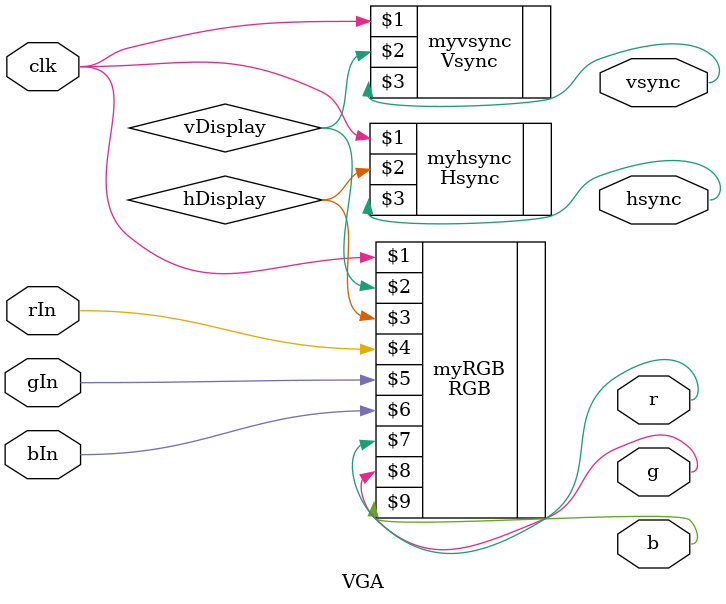
<source format=v>
module VGA (clk,rIn,gIn,bIn,vsync,hsync,r,g,b);
input clk,rIn,gIn,bIn;
output wire vsync, hsync,r,g,b;
wire vDisplay,hDisplay;

Vsync myvsync (clk, vDisplay, vsync);
Hsync myhsync (clk, hDisplay, hsync);
RGB myRGB (clk,vDisplay,hDisplay,rIn,gIn,bIn,r,g,b);

endmodule
</source>
